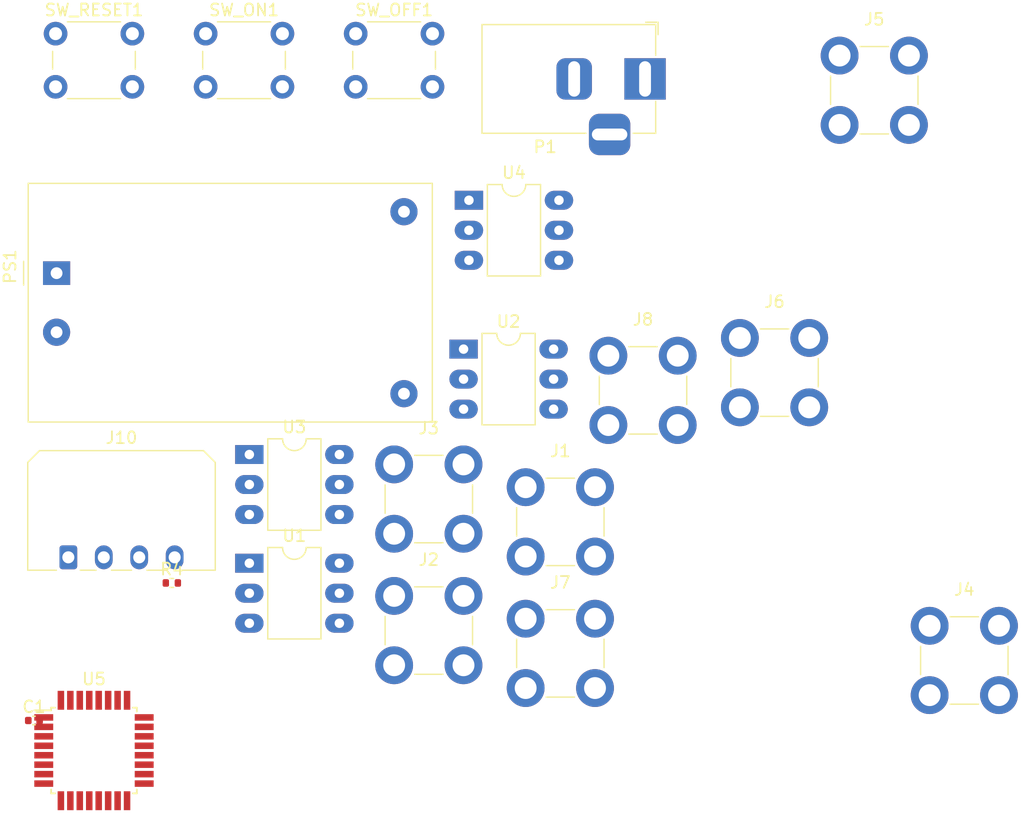
<source format=kicad_pcb>
(kicad_pcb (version 20211014) (generator pcbnew)
  (layers (0 "F.Cu" signal) (31 "B.Cu" power) (34 "B.Paste" user) (35 "F.Paste" user) (36 "B.SilkS" user "B.Silkscreen") (37 "F.SilkS" user "F.Silkscreen") (38 "B.Mask" user) (39 "F.Mask" user) (44 "Edge.Cuts" user))
  (net 0 "")
  (net 1 "Net-(C1-Pad1)")
  (net 2 "GND")
  (net 3 "Net-(J1-Pad1)")
  (net 4 "Net-(J2-Pad1)")
  (net 5 "Net-(J3-Pad1)")
  (net 6 "Net-(J6-Pad1)")
  (net 7 "Net-(J8-Pad1)")
  (net 8 "Net-(J10-Pad1)")
  (net 11 "Net-(U1-Pad4)")
  (net 12 "Net-(P1-Pad3)")
  (net 13 "5VDC")
  (net 14 "Net-(R4-Pad1)")
  (net 15 "Net-(SW_OFF1-Pad2)")
  (net 16 "Net-(SW_ON1-Pad2)")
  (net 17 "Net-(U1-Pad1)")
  (net 20 "Net-(U2-Pad1)")
  (net 23 "Net-(U3-Pad1)")
  (net 26 "Net-(U4-Pad1)")
  (footprint "TerminalBlock_Wuerth:Wuerth_REDCUBE-THR_WP-THRBU_74650073_THR" (layer "F.Cu") (at 165.85 81.28)
    (fp_text reference "J8" (at 0 -6) (layer "F.SilkS"))
    (fp_text value "Screw_Terminal_01x01")
    (fp_line (start -1.2 -3.7) (end 1.2 -3.7) (layer "F.SilkS") (width 0.12))
    (fp_line (start -3.7 1.2) (end -3.7 -1.2) (layer "F.SilkS") (width 0.12))
    (fp_line (start 1.2 3.7) (end -1.2 3.7) (layer "F.SilkS") (width 0.12))
    (fp_line (start 3.7 -1.2) (end 3.7 1.2) (layer "F.SilkS") (width 0.12))
    (pad "" np_thru_hole circle (at 0 0) (size 3.2 3.2) (drill 3.2) (layers *.Cu *.Mask))
    (pad "1" thru_hole circle (at -2.935 -2.935) (size 3.2 3.2) (drill 1.85) (layers *.Cu *.Mask) (net 7 "Net-(J8-Pad1)"))
    (pad "1" thru_hole circle (at 2.935 -2.935) (size 3.2 3.2) (drill 1.85) (layers *.Cu *.Mask) (net 7 "Net-(J8-Pad1)"))
    (pad "1" thru_hole circle (at -2.935 2.935) (size 3.2 3.2) (drill 1.85) (layers *.Cu *.Mask) (net 7 "Net-(J8-Pad1)"))
    (pad "1" thru_hole circle (at 2.935 2.935) (size 3.2 3.2) (drill 1.85) (layers *.Cu *.Mask) (net 7 "Net-(J8-Pad1)"))
  )
  (footprint "TerminalBlock_Wuerth:Wuerth_REDCUBE-THR_WP-THRBU_74650073_THR" (layer "F.Cu") (at 147.72 101.61)
    (fp_text reference "J2" (at 0 -6) (layer "F.SilkS"))
    (fp_text value "heater2")
    (fp_line (start -3.7 1.2) (end -3.7 -1.2) (layer "F.SilkS") (width 0.12))
    (fp_line (start 1.2 3.7) (end -1.2 3.7) (layer "F.SilkS") (width 0.12))
    (fp_line (start 3.7 -1.2) (end 3.7 1.2) (layer "F.SilkS") (width 0.12))
    (fp_line (start -1.2 -3.7) (end 1.2 -3.7) (layer "F.SilkS") (width 0.12))
    (pad "" np_thru_hole circle (at 0 0) (size 3.2 3.2) (drill 3.2) (layers *.Cu *.Mask))
    (pad "1" thru_hole circle (at -2.935 -2.935) (size 3.2 3.2) (drill 1.85) (layers *.Cu *.Mask) (net 4 "Net-(J2-Pad1)"))
    (pad "1" thru_hole circle (at -2.935 2.935) (size 3.2 3.2) (drill 1.85) (layers *.Cu *.Mask) (net 4 "Net-(J2-Pad1)"))
    (pad "1" thru_hole circle (at 2.935 -2.935) (size 3.2 3.2) (drill 1.85) (layers *.Cu *.Mask) (net 4 "Net-(J2-Pad1)"))
    (pad "1" thru_hole circle (at 2.935 2.935) (size 3.2 3.2) (drill 1.85) (layers *.Cu *.Mask) (net 4 "Net-(J2-Pad1)"))
  )
  (footprint "Package_DIP:DIP-6_W7.62mm_LongPads" (layer "F.Cu") (at 132.53 95.91)
    (fp_text reference "U1" (at 3.81 -2.33) (layer "F.SilkS"))
    (fp_text value "MOC3010M")
    (fp_line (start 1.56 -1.33) (end 1.56 6.41) (layer "F.SilkS") (width 0.12))
    (fp_line (start 6.06 6.41) (end 6.06 -1.33) (layer "F.SilkS") (width 0.12))
    (fp_line (start 6.06 -1.33) (end 4.81 -1.33) (layer "F.SilkS") (width 0.12))
    (fp_line (start 1.56 6.41) (end 6.06 6.41) (layer "F.SilkS") (width 0.12))
    (fp_line (start 2.81 -1.33) (end 1.56 -1.33) (layer "F.SilkS") (width 0.12))
    (fp_arc (start 4.81 -1.33) (mid 3.81 -0.33) (end 2.81 -1.33) (layer "F.SilkS") (width 0.12))
    (pad "1" thru_hole rect (at 0 0) (size 2.4 1.6) (drill 0.8) (layers *.Cu *.Mask) (net 17 "Net-(U1-Pad1)"))
    (pad "2" thru_hole oval (at 0 2.54) (size 2.4 1.6) (drill 0.8) (layers *.Cu *.Mask) (net 2 "GND"))
    (pad "3" thru_hole oval (at 0 5.08) (size 2.4 1.6) (drill 0.8) (layers *.Cu *.Mask))
    (pad "4" thru_hole oval (at 7.62 5.08) (size 2.4 1.6) (drill 0.8) (layers *.Cu *.Mask) (net 11 "Net-(U1-Pad4)"))
    (pad "5" thru_hole oval (at 7.62 2.54) (size 2.4 1.6) (drill 0.8) (layers *.Cu *.Mask))
    (pad "6" thru_hole oval (at 7.62 0) (size 2.4 1.6) (drill 0.8) (layers *.Cu *.Mask) (net 5 "Net-(J3-Pad1)"))
  )
  (footprint "Button_Switch_THT:SW_PUSH_6mm_H4.3mm" (layer "F.Cu") (at 116.13 51.09)
    (fp_text reference "SW_RESET1" (at 3.25 -2) (layer "F.SilkS"))
    (fp_text value "SW_Push")
    (fp_line (start 1 5.5) (end 5.5 5.5) (layer "F.SilkS") (width 0.12))
    (fp_line (start 6.75 3) (end 6.75 1.5) (layer "F.SilkS") (width 0.12))
    (fp_line (start 5.5 -1) (end 1 -1) (layer "F.SilkS") (width 0.12))
    (fp_line (start -0.25 1.5) (end -0.25 3) (layer "F.SilkS") (width 0.12))
    (pad "1" thru_hole circle (at 6.5 0 90) (size 2 2) (drill 1.1) (layers *.Cu *.Mask) (net 14 "Net-(R4-Pad1)"))
    (pad "1" thru_hole circle (at 0 0 90) (size 2 2) (drill 1.1) (layers *.Cu *.Mask) (net 14 "Net-(R4-Pad1)"))
    (pad "2" thru_hole circle (at 6.5 4.5 90) (size 2 2) (drill 1.1) (layers *.Cu *.Mask) (net 2 "GND"))
    (pad "2" thru_hole circle (at 0 4.5 90) (size 2 2) (drill 1.1) (layers *.Cu *.Mask) (net 2 "GND"))
  )
  (footprint "TerminalBlock_Wuerth:Wuerth_REDCUBE-THR_WP-THRBU_74650073_THR" (layer "F.Cu") (at 185.42 55.88)
    (fp_text reference "J5" (at 0 -6) (layer "F.SilkS"))
    (fp_text value "electromagnet1")
    (fp_line (start -1.2 -3.7) (end 1.2 -3.7) (layer "F.SilkS") (width 0.12))
    (fp_line (start -3.7 1.2) (end -3.7 -1.2) (layer "F.SilkS") (width 0.12))
    (fp_line (start 1.2 3.7) (end -1.2 3.7) (layer "F.SilkS") (width 0.12))
    (fp_line (start 3.7 -1.2) (end 3.7 1.2) (layer "F.SilkS") (width 0.12))
    (pad "" np_thru_hole circle (at 0 0) (size 3.2 3.2) (drill 3.2) (layers *.Cu *.Mask))
    (pad "1" thru_hole circle (at -2.935 2.935) (size 3.2 3.2) (drill 1.85) (layers *.Cu *.Mask) (net 4 "Net-(J2-Pad1)"))
    (pad "1" thru_hole circle (at -2.935 -2.935) (size 3.2 3.2) (drill 1.85) (layers *.Cu *.Mask) (net 4 "Net-(J2-Pad1)"))
    (pad "1" thru_hole circle (at 2.935 -2.935) (size 3.2 3.2) (drill 1.85) (layers *.Cu *.Mask) (net 4 "Net-(J2-Pad1)"))
    (pad "1" thru_hole circle (at 2.935 2.935) (size 3.2 3.2) (drill 1.85) (layers *.Cu *.Mask) (net 4 "Net-(J2-Pad1)"))
  )
  (footprint "TerminalBlock_Wuerth:Wuerth_REDCUBE-THR_WP-THRBU_74650073_THR" (layer "F.Cu") (at 158.85 103.54)
    (fp_text reference "J7" (at 0 -6) (layer "F.SilkS"))
    (fp_text value "elektromagnet2")
    (fp_line (start -3.7 1.2) (end -3.7 -1.2) (layer "F.SilkS") (width 0.12))
    (fp_line (start -1.2 -3.7) (end 1.2 -3.7) (layer "F.SilkS") (width 0.12))
    (fp_line (start 1.2 3.7) (end -1.2 3.7) (layer "F.SilkS") (width 0.12))
    (fp_line (start 3.7 -1.2) (end 3.7 1.2) (layer "F.SilkS") (width 0.12))
    (pad "" np_thru_hole circle (at 0 0) (size 3.2 3.2) (drill 3.2) (layers *.Cu *.Mask))
    (pad "1" thru_hole circle (at -2.935 -2.935) (size 3.2 3.2) (drill 1.85) (layers *.Cu *.Mask) (net 4 "Net-(J2-Pad1)"))
    (pad "1" thru_hole circle (at 2.935 -2.935) (size 3.2 3.2) (drill 1.85) (layers *.Cu *.Mask) (net 4 "Net-(J2-Pad1)"))
    (pad "1" thru_hole circle (at -2.935 2.935) (size 3.2 3.2) (drill 1.85) (layers *.Cu *.Mask) (net 4 "Net-(J2-Pad1)"))
    (pad "1" thru_hole circle (at 2.935 2.935) (size 3.2 3.2) (drill 1.85) (layers *.Cu *.Mask) (net 4 "Net-(J2-Pad1)"))
  )
  (footprint "TerminalBlock_Wuerth:Wuerth_REDCUBE-THR_WP-THRBU_74650073_THR" (layer "F.Cu") (at 158.85 92.41)
    (fp_text reference "J1" (at 0 -6) (layer "F.SilkS"))
    (fp_text value "Screw_Terminal_01x01")
    (fp_line (start -3.7 1.2) (end -3.7 -1.2) (layer "F.SilkS") (width 0.12))
    (fp_line (start 1.2 3.7) (end -1.2 3.7) (layer "F.SilkS") (width 0.12))
    (fp_line (start 3.7 -1.2) (end 3.7 1.2) (layer "F.SilkS") (width 0.12))
    (fp_line (start -1.2 -3.7) (end 1.2 -3.7) (layer "F.SilkS") (width 0.12))
    (pad "" np_thru_hole circle (at 0 0) (size 3.2 3.2) (drill 3.2) (layers *.Cu *.Mask))
    (pad "1" thru_hole circle (at -2.935 -2.935) (size 3.2 3.2) (drill 1.85) (layers *.Cu *.Mask) (net 3 "Net-(J1-Pad1)"))
    (pad "1" thru_hole circle (at 2.935 -2.935) (size 3.2 3.2) (drill 1.85) (layers *.Cu *.Mask) (net 3 "Net-(J1-Pad1)"))
    (pad "1" thru_hole circle (at -2.935 2.935) (size 3.2 3.2) (drill 1.85) (layers *.Cu *.Mask) (net 3 "Net-(J1-Pad1)"))
    (pad "1" thru_hole circle (at 2.935 2.935) (size 3.2 3.2) (drill 1.85) (layers *.Cu *.Mask) (net 3 "Net-(J1-Pad1)"))
  )
  (footprint "TerminalBlock_Wuerth:Wuerth_REDCUBE-THR_WP-THRBU_74650073_THR" (layer "F.Cu") (at 147.72 90.48)
    (fp_text reference "J3" (at 0 -6) (layer "F.SilkS"))
    (fp_text value "Screw_Terminal_01x01")
    (fp_line (start 1.2 3.7) (end -1.2 3.7) (layer "F.SilkS") (width 0.12))
    (fp_line (start -1.2 -3.7) (end 1.2 -3.7) (layer "F.SilkS") (width 0.12))
    (fp_line (start -3.7 1.2) (end -3.7 -1.2) (layer "F.SilkS") (width 0.12))
    (fp_line (start 3.7 -1.2) (end 3.7 1.2) (layer "F.SilkS") (width 0.12))
    (pad "" np_thru_hole circle (at 0 0) (size 3.2 3.2) (drill 3.2) (layers *.Cu *.Mask))
    (pad "1" thru_hole circle (at 2.935 -2.935) (size 3.2 3.2) (drill 1.85) (layers *.Cu *.Mask) (net 5 "Net-(J3-Pad1)"))
    (pad "1" thru_hole circle (at -2.935 2.935) (size 3.2 3.2) (drill 1.85) (layers *.Cu *.Mask) (net 5 "Net-(J3-Pad1)"))
    (pad "1" thru_hole circle (at -2.935 -2.935) (size 3.2 3.2) (drill 1.85) (layers *.Cu *.Mask) (net 5 "Net-(J3-Pad1)"))
    (pad "1" thru_hole circle (at 2.935 2.935) (size 3.2 3.2) (drill 1.85) (layers *.Cu *.Mask) (net 5 "Net-(J3-Pad1)"))
  )
  (footprint "TerminalBlock_Wuerth:Wuerth_REDCUBE-THR_WP-THRBU_74650073_THR" (layer "F.Cu") (at 193.04 104.14)
    (fp_text reference "J4" (at 0 -6) (layer "F.SilkS"))
    (fp_text value "heater1")
    (fp_line (start -1.2 -3.7) (end 1.2 -3.7) (layer "F.SilkS") (width 0.12))
    (fp_line (start 1.2 3.7) (end -1.2 3.7) (layer "F.SilkS") (width 0.12))
    (fp_line (start -3.7 1.2) (end -3.7 -1.2) (layer "F.SilkS") (width 0.12))
    (fp_line (start 3.7 -1.2) (end 3.7 1.2) (layer "F.SilkS") (width 0.12))
    (pad "" np_thru_hole circle (at 0 0) (size 3.2 3.2) (drill 3.2) (layers *.Cu *.Mask))
    (pad "1" thru_hole circle (at 2.935 2.935) (size 3.2 3.2) (drill 1.85) (layers *.Cu *.Mask) (net 4 "Net-(J2-Pad1)"))
    (pad "1" thru_hole circle (at -2.935 -2.935) (size 3.2 3.2) (drill 1.85) (layers *.Cu *.Mask) (net 4 "Net-(J2-Pad1)"))
    (pad "1" thru_hole circle (at -2.935 2.935) (size 3.2 3.2) (drill 1.85) (layers *.Cu *.Mask) (net 4 "Net-(J2-Pad1)"))
    (pad "1" thru_hole circle (at 2.935 -2.935) (size 3.2 3.2) (drill 1.85) (layers *.Cu *.Mask) (net 4 "Net-(J2-Pad1)"))
  )
  (footprint "Button_Switch_THT:SW_PUSH_6mm_H4.3mm" (layer "F.Cu") (at 141.53 51.09)
    (fp_text reference "SW_OFF1" (at 3.25 -2) (layer "F.SilkS"))
    (fp_text value "SW_Push")
    (fp_line (start 6.75 3) (end 6.75 1.5) (layer "F.SilkS") (width 0.12))
    (fp_line (start 1 5.5) (end 5.5 5.5) (layer "F.SilkS") (width 0.12))
    (fp_line (start -0.25 1.5) (end -0.25 3) (layer "F.SilkS") (width 0.12))
    (fp_line (start 5.5 -1) (end 1 -1) (layer "F.SilkS") (width 0.12))
    (pad "1" thru_hole circle (at 6.5 0 90) (size 2 2) (drill 1.1) (layers *.Cu *.Mask) (net 13 "5VDC"))
    (pad "1" thru_hole circle (at 0 0 90) (size 2 2) (drill 1.1) (layers *.Cu *.Mask) (net 13 "5VDC"))
    (pad "2" thru_hole circle (at 6.5 4.5 90) (size 2 2) (drill 1.1) (layers *.Cu *.Mask) (net 15 "Net-(SW_OFF1-Pad2)"))
    (pad "2" thru_hole circle (at 0 4.5 90) (size 2 2) (drill 1.1) (layers *.Cu *.Mask) (net 15 "Net-(SW_OFF1-Pad2)"))
  )
  (footprint "Connector_Molex:Molex_Micro-Fit_3.0_43650-0400_1x04_P3.00mm_Horizontal" (layer "F.Cu") (at 117.21 95.41)
    (fp_text reference "J10" (at 4.5 -10.12) (layer "F.SilkS"))
    (fp_text value "Molex_for_LED")
    (fp_line (start 3.651767 1.09) (end 5.348233 1.09) (layer "F.SilkS") (width 0.12))
    (fp_line (start 11.435 -9.03) (end 12.435 -8.03) (layer "F.SilkS") (width 0.12))
    (fp_line (start 12.435 1.09) (end 9.651767 1.09) (layer "F.SilkS") (width 0.12))
    (fp_line (start -3.435 1.09) (end -3.435 -8.03) (layer "F.SilkS") (width 0.12))
    (fp_line (start 12.435 -8.03) (end 12.435 1.09) (layer "F.SilkS") (width 0.12))
    (fp_line (start 6.651767 1.09) (end 8.348233 1.09) (layer "F.SilkS") (width 0.12))
    (fp_line (start 1.01 1.09) (end 2.348233 1.09) (layer "F.SilkS") (width 0.12))
    (fp_line (start -3.435 -8.03) (end -2.435 -9.03) (layer "F.SilkS") (width 0.12))
    (fp_line (start -3.435 1.09) (end -1.01 1.09) (layer "F.SilkS") (width 0.12))
    (fp_line (start -2.435 -9.03) (end 11.435 -9.03) (layer "F.SilkS") (width 0.12))
    (pad "" np_thru_hole circle (at 2.15 -4.32) (size 3 3) (drill 3) (layers *.Cu *.Mask))
    (pad "" np_thru_hole circle (at 6.85 -4.32) (size 3 3) (drill 3) (layers *.Cu *.Mask))
    (pad "1" thru_hole roundrect (at 0 0) (size 1.5 2.02) (drill 1.02) (layers *.Cu *.Mask) (roundrect_rratio 0.166667) (net 8 "Net-(J10-Pad1)"))
    (pad "2" thru_hole oval (at 3 0) (size 1.5 2.02) (drill 1.02) (layers *.Cu *.Mask) (net 2 "GND"))
    (pad "3" thru_hole oval (at 6 0) (size 1.5 2.02) (drill 1.02) (layers *.Cu *.Mask))
    (pad "4" thru_hole oval (at 9 0) (size 1.5 2.02) (drill 1.02) (layers *.Cu *.Mask))
  )
  (footprint "Connector_BarrelJack:BarrelJack_Horizontal" (layer "F.Cu") (at 166.02 54.9225)
    (fp_text reference "P1" (at -8.45 5.75) (layer "F.SilkS"))
    (fp_text value "Conn_WallPlug_Earth")
    (fp_line (start 0.9 4.6) (end -1 4.6) (layer "F.SilkS") (width 0.12))
    (fp_line (start 0.9 1.9) (end 0.9 4.6) (layer "F.SilkS") (width 0.12))
    (fp_line (start -13.8 4.6) (end -13.8 -4.6) (layer "F.SilkS") (width 0.12))
    (fp_line (start 1.1 -3.75) (end 1.1 -4.8) (layer "F.SilkS") (width 0.12))
    (fp_line (start -13.8 -4.6) (end 0.9 -4.6) (layer "F.SilkS") (width 0.12))
    (fp_line (start 0.9 -4.6) (end 0.9 -2) (layer "F.SilkS") (width 0.12))
    (fp_line (start -5 4.6) (end -13.8 4.6) (layer "F.SilkS") (width 0.12))
    (fp_line (start 0.05 -4.8) (end 1.1 -4.8) (layer "F.SilkS") (width 0.12))
    (pad "1" thru_hole rect (at 0 0) (size 3.5 3.5) (drill oval 1 3) (layers *.Cu *.Mask) (net 11 "Net-(U1-Pad4)"))
    (pad "2" thru_hole roundrect (at -6 0) (size 3 3.5) (drill oval 1 3) (layers *.Cu *.Mask) (net 4 "Net-(J2-Pad1)"))
    (pad "3" thru_hole roundrect (at -3 4.7) (size 3.5 3.5) (drill oval 3 1) (layers *.Cu *.Mask) (net 12 "Net-(P1-Pad3)"))
  )
  (footprint "Converter_ACDC:Converter_ACDC_HiLink_HLK-PMxx" (layer "F.Cu") (at 116.215 71.36)
    (fp_text reference "PS1" (at -3.94 -0.55 90) (layer "F.SilkS"))
    (fp_text value "HLK-PM01")
    (fp_line (start 31.8 -7.6) (end -2.4 -7.6) (layer "F.SilkS") (width 0.12))
    (fp_line (start 31.8 12.6) (end 31.8 -7.6) (layer "F.SilkS") (width 0.12))
    (fp_line (start -2.79 -1) (end -2.79 1.01) (layer "F.SilkS") (width 0.12))
    (fp_line (start -2.4 12.6) (end 31.8 12.6) (layer "F.SilkS") (width 0.12))
    (fp_line (start -2.4 -7.6) (end -2.4 12.6) (layer "F.SilkS") (width 0.12))
    (pad "1" thru_hole rect (at 0 0) (size 2.3 2) (drill 1) (layers *.Cu *.Mask) (net 11 "Net-(U1-Pad4)"))
    (pad "2" thru_hole circle (at 0 5) (size 2.3 2.3) (drill 1) (layers *.Cu *.Mask) (net 4 "Net-(J2-Pad1)"))
    (pad "3" thru_hole circle (at 29.4 -5.2) (size 2.3 2.3) (drill 1) (layers *.Cu *.Mask) (net 12 "Net-(P1-Pad3)"))
    (pad "4" thru_hole circle (at 29.4 10.2) (size 2.3 2.3) (drill 1) (layers *.Cu *.Mask) (net 13 "5VDC"))
  )
  (footprint "TerminalBlock_Wuerth:Wuerth_REDCUBE-THR_WP-THRBU_74650074_THR" (layer "F.Cu") (at 176.98 79.78)
    (fp_text reference "J6" (at 0 -6) (layer "F.SilkS"))
    (fp_text value "Screw_Terminal_01x01")
    (fp_line (start 1.2 3.7) (end -1.2 3.7) (layer "F.SilkS") (width 0.12))
    (fp_line (start -3.7 1.2) (end -3.7 -1.2) (layer "F.SilkS") (width 0.12))
    (fp_line (start 3.7 -1.2) (end 3.7 1.2) (layer "F.SilkS") (width 0.12))
    (fp_line (start -1.2 -3.7) (end 1.2 -3.7) (layer "F.SilkS") (width 0.12))
    (pad "" np_thru_hole circle (at 0 0) (size 4.3 4.3) (drill 4.3) (layers *.Cu *.Mask))
    (pad "1" thru_hole circle (at -2.935 -2.935) (size 3.2 3.2) (drill 1.85) (layers *.Cu *.Mask) (net 6 "Net-(J6-Pad1)"))
    (pad "1" thru_hole circle (at -2.935 2.935) (size 3.2 3.2) (drill 1.85) (layers *.Cu *.Mask) (net 6 "Net-(J6-Pad1)"))
    (pad "1" thru_hole circle (at 2.935 2.935) (size 3.2 3.2) (drill 1.85) (layers *.Cu *.Mask) (net 6 "Net-(J6-Pad1)"))
    (pad "1" thru_hole circle (at 2.935 -2.935) (size 3.2 3.2) (drill 1.85) (layers *.Cu *.Mask) (net 6 "Net-(J6-Pad1)"))
  )
  (footprint "Package_DIP:DIP-6_W7.62mm_LongPads" (layer "F.Cu") (at 150.66 77.79)
    (fp_text reference "U2" (at 3.81 -2.33) (layer "F.SilkS"))
    (fp_text value "MOC3010M")
    (fp_line (start 1.56 6.41) (end 6.06 6.41) (layer "F.SilkS") (width 0.12))
    (fp_line (start 2.81 -1.33) (end 1.56 -1.33) (layer "F.SilkS") (width 0.12))
    (fp_line (start 6.06 6.41) (end 6.06 -1.33) (layer "F.SilkS") (width 0.12))
    (fp_line (start 1.56 -1.33) (end 1.56 6.41) (layer "F.SilkS") (width 0.12))
    (fp_line (start 6.06 -1.33) (end 4.81 -1.33) (layer "F.SilkS") (width 0.12))
    (fp_arc (start 4.81 -1.33) (mid 3.81 -0.33) (end 2.81 -1.33) (layer "F.SilkS") (width 0.12))
    (pad "1" thru_hole rect (at 0 0) (size 2.4 1.6) (drill 0.8) (layers *.Cu *.Mask) (net 20 "Net-(U2-Pad1)"))
    (pad "2" thru_hole oval (at 0 2.54) (size 2.4 1.6) (drill 0.8) (layers *.Cu *.Mask) (net 2 "GND"))
    (pad "3" thru_hole oval (at 0 5.08) (size 2.4 1.6) (drill 0.8) (layers *.Cu *.Mask))
    (pad "4" thru_hole oval (at 7.62 5.08) (size 2.4 1.6) (drill 0.8) (layers *.Cu *.Mask) (net 11 "Net-(U1-Pad4)"))
    (pad "5" thru_hole oval (at 7.62 2.54) (size 2.4 1.6) (drill 0.8) (layers *.Cu *.Mask))
    (pad "6" thru_hole oval (at 7.62 0) (size 2.4 1.6) (drill 0.8) (layers *.Cu *.Mask) (net 3 "Net-(J1-Pad1)"))
  )
  (footprint "Capacitor_SMD:C_0402_1005Metric" (layer "F.Cu") (at 114.3 109.22)
    (fp_text reference "C1" (at 0 -1.16) (layer "F.SilkS"))
    (fp_text value "10u")
    (fp_line (start -0.107836 0.36) (end 0.107836 0.36) (layer "F.SilkS") (width 0.12))
    (fp_line (start -0.107836 -0.36) (end 0.107836 -0.36) (layer "F.SilkS") (width 0.12))
    (pad "1" smd roundrect (at -0.48 0) (size 0.56 0.62) (layers "F.Cu" "F.Paste" "F.Mask") (net 1 "Net-(C1-Pad1)"))
    (pad "2" smd roundrect (at 0.48 0) (size 0.56 0.62) (layers "F.Cu" "F.Paste" "F.Mask") (net 2 "GND"))
  )
  (footprint "Package_DIP:DIP-6_W7.62mm_LongPads" (layer "F.Cu") (at 151.115 65.19)
    (fp_text reference "U4" (at 3.81 -2.33) (layer "F.SilkS"))
    (fp_text value "MOC3010M")
    (fp_line (start 6.06 6.41) (end 6.06 -1.33) (layer "F.SilkS") (width 0.12))
    (fp_line (start 6.06 -1.33) (end 4.81 -1.33) (layer "F.SilkS") (width 0.12))
    (fp_line (start 1.56 6.41) (end 6.06 6.41) (layer "F.SilkS") (width 0.12))
    (fp_line (start 2.81 -1.33) (end 1.56 -1.33) (layer "F.SilkS") (width 0.12))
    (fp_line (start 1.56 -1.33) (end 1.56 6.41) (layer "F.SilkS") (width 0.12))
    (fp_arc (start 4.81 -1.33) (mid 3.81 -0.33) (end 2.81 -1.33) (layer "F.SilkS") (width 0.12))
    (pad "1" thru_hole rect (at 0 0) (size 2.4 1.6) (drill 0.8) (layers *.Cu *.Mask) (net 26 "Net-(U4-Pad1)"))
    (pad "2" thru_hole oval (at 0 2.54) (size 2.4 1.6) (drill 0.8) (layers *.Cu *.Mask) (net 2 "GND"))
    (pad "3" thru_hole oval (at 0 5.08) (size 2.4 1.6) (drill 0.8) (layers *.Cu *.Mask))
    (pad "4" thru_hole oval (at 7.62 5.08) (size 2.4 1.6) (drill 0.8) (layers *.Cu *.Mask) (net 11 "Net-(U1-Pad4)"))
    (pad "5" thru_hole oval (at 7.62 2.54) (size 2.4 1.6) (drill 0.8) (layers *.Cu *.Mask))
    (pad "6" thru_hole oval (at 7.62 0) (size 2.4 1.6) (drill 0.8) (layers *.Cu *.Mask) (net 7 "Net-(J8-Pad1)"))
  )
  (footprint "Resistor_SMD:R_0402_1005Metric" (layer "F.Cu") (at 125.97 97.58)
    (fp_text reference "R4" (at 0 -1.17) (layer "F.SilkS"))
    (fp_text value "1k")
    (fp_line (start -0.153641 -0.38) (end 0.153641 -0.38) (layer "F.SilkS") (width 0.12))
    (fp_line (start -0.153641 0.38) (end 0.153641 0.38) (layer "F.SilkS") (width 0.12))
    (pad "1" smd roundrect (at -0.51 0) (size 0.54 0.64) (layers "F.Cu" "F.Paste" "F.Mask") (net 14 "Net-(R4-Pad1)"))
    (pad "2" smd roundrect (at 0.51 0) (size 0.54 0.64) (layers "F.Cu" "F.Paste" "F.Mask") (net 13 "5VDC"))
  )
  (footprint "Package_DIP:DIP-6_W7.62mm_LongPads" (layer "F.Cu") (at 132.53 86.71)
    (fp_text reference "U3" (at 3.81 -2.33) (layer "F.SilkS"))
    (fp_text value "MOC3010M")
    (fp_line (start 1.56 -1.33) (end 1.56 6.41) (layer "F.SilkS") (width 0.12))
    (fp_line (start 6.06 -1.33) (end 4.81 -1.33) (layer "F.SilkS") (width 0.12))
    (fp_line (start 6.06 6.41) (end 6.06 -1.33) (layer "F.SilkS") (width 0.12))
    (fp_line (start 1.56 6.41) (end 6.06 6.41) (layer "F.SilkS") (width 0.12))
    (fp_line (start 2.81 -1.33) (end 1.56 -1.33) (layer "F.SilkS") (width 0.12))
    (fp_arc (start 4.81 -1.33) (mid 3.81 -0.33) (end 2.81 -1.33) (layer "F.SilkS") (width 0.12))
    (pad "1" thru_hole rect (at 0 0) (size 2.4 1.6) (drill 0.8) (layers *.Cu *.Mask) (net 23 "Net-(U3-Pad1)"))
    (pad "2" thru_hole oval (at 0 2.54) (size 2.4 1.6) (drill 0.8) (layers *.Cu *.Mask) (net 2 "GND"))
    (pad "3" thru_hole oval (at 0 5.08) (size 2.4 1.6) (drill 0.8) (layers *.Cu *.Mask))
    (pad "4" thru_hole oval (at 7.62 5.08) (size 2.4 1.6) (drill 0.8) (layers *.Cu *.Mask) (net 11 "Net-(U1-Pad4)"))
    (pad "5" thru_hole oval (at 7.62 2.54) (size 2.4 1.6) (drill 0.8) (layers *.Cu *.Mask))
    (pad "6" thru_hole oval (at 7.62 0) (size 2.4 1.6) (drill 0.8) (layers *.Cu *.Mask) (net 6 "Net-(J6-Pad1)"))
  )
  (footprint "Button_Switch_THT:SW_PUSH_6mm_H4.3mm" (layer "F.Cu") (at 128.83 51.09)
    (fp_text reference "SW_ON1" (at 3.25 -2) (layer "F.SilkS"))
    (fp_text value "SW_Push")
    (fp_line (start 5.5 -1) (end 1 -1) (layer "F.SilkS") (width 0.12))
    (fp_line (start -0.25 1.5) (end -0.25 3) (layer "F.SilkS") (width 0.12))
    (fp_line (start 1 5.5) (end 5.5 5.5) (layer "F.SilkS") (width 0.12))
    (fp_line (start 6.75 3) (end 6.75 1.5) (layer "F.SilkS") (width 0.12))
    (pad "1" thru_hole circle (at 0 0 90) (size 2 2) (drill 1.1) (layers *.Cu *.Mask) (net 13 "5VDC"))
    (pad "1" thru_hole circle (at 6.5 0 90) (size 2 2) (drill 1.1) (layers *.Cu *.Mask) (net 13 "5VDC"))
    (pad "2" thru_hole circle (at 0 4.5 90) (size 2 2) (drill 1.1) (layers *.Cu *.Mask) (net 16 "Net-(SW_ON1-Pad2)"))
    (pad "2" thru_hole circle (at 6.5 4.5 90) (size 2 2) (drill 1.1) (layers *.Cu *.Mask) (net 16 "Net-(SW_ON1-Pad2)"))
  )
  (footprint "Package_QFP:TQFP-32_7x7mm_P0.8mm" (layer "F.Cu") (at 119.38 111.76)
    (fp_text reference "U5" (at 0 -6.05) (layer "F.SilkS"))
    (fp_text value "ATmega168-20A")
    (fp_line (start -3.625 3.625) (end -3.625 3.3) (layer "F.SilkS") (width 0.15))
    (fp_line (start -3.625 -3.625) (end -3.3 -3.625) (layer "F.SilkS") (width 0.15))
    (fp_line (start 3.625 -3.625) (end 3.625 -3.3) (layer "F.SilkS") (width 0.15))
    (fp_line (start -3.625 3.625) (end -3.3 3.625) (layer "F.SilkS") (width 0.15))
    (fp_line (start 3.625 3.625) (end 3.625 3.3) (layer "F.SilkS") (width 0.15))
    (fp_line (start -3.625 -3.625) (end -3.625 -3.4) (layer "F.SilkS") (width 0.15))
    (fp_line (start -3.625 -3.4) (end -5.05 -3.4) (layer "F.SilkS") (width 0.15))
    (fp_line (start 3.625 3.625) (end 3.3 3.625) (layer "F.SilkS") (width 0.15))
    (fp_line (start 3.625 -3.625) (end 3.3 -3.625) (layer "F.SilkS") (width 0.15))
    (pad "1" smd rect (at -4.25 -2.8) (size 1.6 0.55) (layers "F.Cu" "F.Paste" "F.Mask"))
    (pad "2" smd rect (at -4.25 -2) (size 1.6 0.55) (layers "F.Cu" "F.Paste" "F.Mask"))
    (pad "3" smd rect (at -4.25 -1.2) (size 1.6 0.55) (layers "F.Cu" "F.Paste" "F.Mask") (net 2 "GND"))
    (pad "4" smd rect (at -4.25 -0.4) (size 1.6 0.55) (layers "F.Cu" "F.Paste" "F.Mask") (net 13 "5VDC"))
    (pad "5" smd rect (at -4.25 0.4) (size 1.6 0.55) (layers "F.Cu" "F.Paste" "F.Mask") (net 2 "GND"))
    (pad "6" smd rect (at -4.25 1.2) (size 1.6 0.55) (layers "F.Cu" "F.Paste" "F.Mask") (net 13 "5VDC"))
    (pad "7" smd rect (at -4.25 2) (size 1.6 0.55) (layers "F.Cu" "F.Paste" "F.Mask"))
    (pad "8" smd rect (at -4.25 2.8) (size 1.6 0.55) (layers "F.Cu" "F.Paste" "F.Mask"))
    (pad "9" smd rect (at -2.8 4.25 90) (size 1.6 0.55) (layers "F.Cu" "F.Paste" "F.Mask"))
    (pad "10" smd rect (at -2 4.25 90) (size 1.6 0.55) (layers "F.Cu" "F.Paste" "F.Mask"))
    (pad "11" smd rect (at -1.2 4.25 90) (size 1.6 0.55) (layers "F.Cu" "F.Paste" "F.Mask"))
    (pad "12" smd rect (at -0.4 4.25 90) (size 1.6 0.55) (layers "F.Cu" "F.Paste" "F.Mask"))
    (pad "13" smd rect (at 0.4 4.25 90) (size 1.6 0.55) (layers "F.Cu" "F.Paste" "F.Mask"))
    (pad "14" smd rect (at 1.2 4.25 90) (size 1.6 0.55) (layers "F.Cu" "F.Paste" "F.Mask") (net 17 "Net-(U1-Pad1)"))
    (pad "15" smd rect (at 2 4.25 90) (size 1.6 0.55) (layers "F.Cu" "F.Paste" "F.Mask") (net 20 "Net-(U2-Pad1)"))
    (pad "16" smd rect (at 2.8 4.25 90) (size 1.6 0.55) (layers "F.Cu" "F.Paste" "F.Mask") (net 23 "Net-(U3-Pad1)"))
    (pad "17" smd rect (at 4.25 2.8) (size 1.6 0.55) (layers "F.Cu" "F.Paste" "F.Mask") (net 26 "Net-(U4-Pad1)"))
    (pad "18" smd rect (at 4.25 2) (size 1.6 0.55) (layers "F.Cu" "F.Paste" "F.Mask") (net 13 "5VDC"))
    (pad "19" smd rect (at 4.25 1.2) (size 1.6 0.55) (layers "F.Cu" "F.Paste" "F.Mask") (net 16 "Net-(SW_ON1-Pad2)"))
    (pad "20" smd rect (at 4.25 0.4) (size 1.6 0.55) (layers "F.Cu" "F.Paste" "F.Mask") (net 1 "Net-(C1-Pad1)"))
    (pad "21" smd rect (at 4.25 -0.4) (size 1.6 0.55) (layers "F.Cu" "F.Paste" "F.Mask") (net 2 "GND"))
    (pad "22" smd rect (at 4.25 -1.2) (size 1.6 0.55) (layers "F.Cu" "F.Paste" "F.Mask") (net 15 "Net-(SW_OFF1-Pad2)"))
    (pad "23" smd rect (at 4.25 -2) (size 1.6 0.55) (layers "F.Cu" "F.Paste" "F.Mask"))
    (pad "24" smd rect (at 4.25 -2.8) (size 1.6 0.55) (layers "F.Cu" "F.Paste" "F.Mask"))
    (pad "25" smd rect (at 2.8 -4.25 90) (size 1.6 0.55) (layers "F.Cu" "F.Paste" "F.Mask"))
    (pad "26" smd rect (at 2 -4.25 90) (size 1.6 0.55) (layers "F.Cu" "F.Paste" "F.Mask"))
    (pad "27" smd rect (at 1.2 -4.25 90) (size 1.6 0.55) (layers "F.Cu" "F.Paste" "F.Mask"))
    (pad "28" smd rect (at 0.4 -4.25 90) (size 1.6 0.55) (layers "F.Cu" "F.Paste" "F.Mask"))
    (pad "29" smd rect (at -0.4 -4.25 90) (size 1.6 0.55) (layers "F.Cu" "F.Paste" "F.Mask") (net 14 "Net-(R4-Pad1)"))
    (pad "30" smd rect (at -1.2 -4.25 90) (size 1.6 0.55) (layers "F.Cu" "F.Paste" "F.Mask"))
    (pad "31" smd rect (at -2 -4.25 90) (size 1.6 0.55) (layers "F.Cu" "F.Paste" "F.Mask"))
    (pad "32" smd rect (at -2.8 -4.25 90) (size 1.6 0.55) (layers "F.Cu" "F.Paste" "F.Mask") (net 8 "Net-(J10-Pad1)"))
  )
)
</source>
